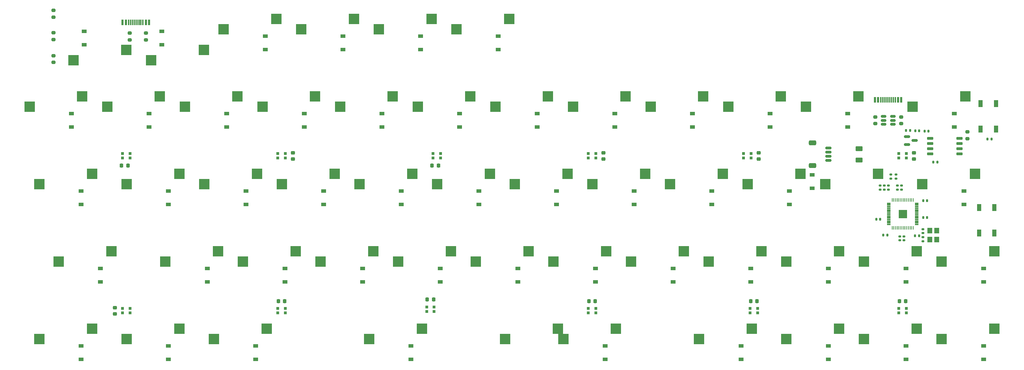
<source format=gbp>
%TF.GenerationSoftware,KiCad,Pcbnew,(6.0.10)*%
%TF.CreationDate,2023-05-23T15:51:50-05:00*%
%TF.ProjectId,Monorail_Jet,4d6f6e6f-7261-4696-9c5f-4a65742e6b69,rev?*%
%TF.SameCoordinates,Original*%
%TF.FileFunction,Paste,Bot*%
%TF.FilePolarity,Positive*%
%FSLAX46Y46*%
G04 Gerber Fmt 4.6, Leading zero omitted, Abs format (unit mm)*
G04 Created by KiCad (PCBNEW (6.0.10)) date 2023-05-23 15:51:50*
%MOMM*%
%LPD*%
G01*
G04 APERTURE LIST*
G04 Aperture macros list*
%AMRoundRect*
0 Rectangle with rounded corners*
0 $1 Rounding radius*
0 $2 $3 $4 $5 $6 $7 $8 $9 X,Y pos of 4 corners*
0 Add a 4 corners polygon primitive as box body*
4,1,4,$2,$3,$4,$5,$6,$7,$8,$9,$2,$3,0*
0 Add four circle primitives for the rounded corners*
1,1,$1+$1,$2,$3*
1,1,$1+$1,$4,$5*
1,1,$1+$1,$6,$7*
1,1,$1+$1,$8,$9*
0 Add four rect primitives between the rounded corners*
20,1,$1+$1,$2,$3,$4,$5,0*
20,1,$1+$1,$4,$5,$6,$7,0*
20,1,$1+$1,$6,$7,$8,$9,0*
20,1,$1+$1,$8,$9,$2,$3,0*%
G04 Aperture macros list end*
%ADD10C,0.010000*%
%ADD11R,2.550000X2.500000*%
%ADD12RoundRect,0.250000X0.625000X-0.375000X0.625000X0.375000X-0.625000X0.375000X-0.625000X-0.375000X0*%
%ADD13R,0.600000X1.450000*%
%ADD14R,0.300000X1.450000*%
%ADD15RoundRect,0.200000X0.275000X-0.200000X0.275000X0.200000X-0.275000X0.200000X-0.275000X-0.200000X0*%
%ADD16RoundRect,0.135000X0.185000X-0.135000X0.185000X0.135000X-0.185000X0.135000X-0.185000X-0.135000X0*%
%ADD17RoundRect,0.150000X0.512500X0.150000X-0.512500X0.150000X-0.512500X-0.150000X0.512500X-0.150000X0*%
%ADD18R,1.200000X0.900000*%
%ADD19RoundRect,0.225000X-0.250000X0.225000X-0.250000X-0.225000X0.250000X-0.225000X0.250000X0.225000X0*%
%ADD20RoundRect,0.135000X-0.135000X-0.185000X0.135000X-0.185000X0.135000X0.185000X-0.135000X0.185000X0*%
%ADD21R,0.700000X0.700000*%
%ADD22RoundRect,0.140000X0.170000X-0.140000X0.170000X0.140000X-0.170000X0.140000X-0.170000X-0.140000X0*%
%ADD23RoundRect,0.225000X0.225000X0.250000X-0.225000X0.250000X-0.225000X-0.250000X0.225000X-0.250000X0*%
%ADD24RoundRect,0.200000X-0.275000X0.200000X-0.275000X-0.200000X0.275000X-0.200000X0.275000X0.200000X0*%
%ADD25RoundRect,0.140000X0.140000X0.170000X-0.140000X0.170000X-0.140000X-0.170000X0.140000X-0.170000X0*%
%ADD26RoundRect,0.140000X-0.140000X-0.170000X0.140000X-0.170000X0.140000X0.170000X-0.140000X0.170000X0*%
%ADD27R,1.000000X1.700000*%
%ADD28RoundRect,0.006000X0.414000X0.094000X-0.414000X0.094000X-0.414000X-0.094000X0.414000X-0.094000X0*%
%ADD29RoundRect,0.020000X0.080000X0.400000X-0.080000X0.400000X-0.080000X-0.400000X0.080000X-0.400000X0*%
%ADD30RoundRect,0.225000X-0.225000X-0.250000X0.225000X-0.250000X0.225000X0.250000X-0.225000X0.250000X0*%
%ADD31RoundRect,0.225000X0.250000X-0.225000X0.250000X0.225000X-0.250000X0.225000X-0.250000X-0.225000X0*%
%ADD32RoundRect,0.140000X-0.170000X0.140000X-0.170000X-0.140000X0.170000X-0.140000X0.170000X0.140000X0*%
%ADD33RoundRect,0.150000X0.650000X0.150000X-0.650000X0.150000X-0.650000X-0.150000X0.650000X-0.150000X0*%
%ADD34RoundRect,0.150000X0.625000X-0.150000X0.625000X0.150000X-0.625000X0.150000X-0.625000X-0.150000X0*%
%ADD35RoundRect,0.250000X0.650000X-0.350000X0.650000X0.350000X-0.650000X0.350000X-0.650000X-0.350000X0*%
%ADD36RoundRect,0.150000X-0.587500X-0.150000X0.587500X-0.150000X0.587500X0.150000X-0.587500X0.150000X0*%
%ADD37R,1.200000X1.400000*%
%ADD38RoundRect,0.135000X0.135000X0.185000X-0.135000X0.185000X-0.135000X-0.185000X0.135000X-0.185000X0*%
G04 APERTURE END LIST*
%TO.C,U3*%
G36*
X247042500Y-97817500D02*
G01*
X245082500Y-97817500D01*
X245082500Y-95857500D01*
X247042500Y-95857500D01*
X247042500Y-97817500D01*
G37*
D10*
X247042500Y-97817500D02*
X245082500Y-97817500D01*
X245082500Y-95857500D01*
X247042500Y-95857500D01*
X247042500Y-97817500D01*
%TD*%
D11*
%TO.C,MX46*%
X115152500Y-127635000D03*
X128079500Y-125095000D03*
%TD*%
%TO.C,MX50*%
X255646250Y-127635000D03*
X268573250Y-125095000D03*
%TD*%
%TO.C,MX51*%
X34190000Y-127635000D03*
X47117000Y-125095000D03*
%TD*%
%TO.C,MX52*%
X55621250Y-127635000D03*
X68548250Y-125095000D03*
%TD*%
%TO.C,MX47*%
X162777500Y-127635000D03*
X175704500Y-125095000D03*
%TD*%
%TO.C,MX7*%
X31808750Y-70485000D03*
X44735750Y-67945000D03*
%TD*%
%TO.C,MX8*%
X50858750Y-70485000D03*
X63785750Y-67945000D03*
%TD*%
%TO.C,MX9*%
X69908750Y-70485000D03*
X82835750Y-67945000D03*
%TD*%
%TO.C,MX10*%
X88958750Y-70485000D03*
X101885750Y-67945000D03*
%TD*%
%TO.C,MX11*%
X108008750Y-70485000D03*
X120935750Y-67945000D03*
%TD*%
%TO.C,MX12*%
X127058750Y-70485000D03*
X139985750Y-67945000D03*
%TD*%
%TO.C,MX13*%
X146108750Y-70485000D03*
X159035750Y-67945000D03*
%TD*%
%TO.C,MX14*%
X165158750Y-70485000D03*
X178085750Y-67945000D03*
%TD*%
%TO.C,MX15*%
X184208750Y-70485000D03*
X197135750Y-67945000D03*
%TD*%
%TO.C,MX16*%
X203258750Y-70485000D03*
X216185750Y-67945000D03*
%TD*%
%TO.C,MX17*%
X222308750Y-70485000D03*
X235235750Y-67945000D03*
%TD*%
%TO.C,MX18*%
X248502500Y-70485000D03*
X261429500Y-67945000D03*
%TD*%
%TO.C,MX19*%
X34190000Y-89535000D03*
X47117000Y-86995000D03*
%TD*%
%TO.C,MX20*%
X55621250Y-89535000D03*
X68548250Y-86995000D03*
%TD*%
%TO.C,MX21*%
X74671250Y-89535000D03*
X87598250Y-86995000D03*
%TD*%
%TO.C,MX22*%
X93721250Y-89535000D03*
X106648250Y-86995000D03*
%TD*%
%TO.C,MX23*%
X112771250Y-89535000D03*
X125698250Y-86995000D03*
%TD*%
%TO.C,MX24*%
X131821250Y-89535000D03*
X144748250Y-86995000D03*
%TD*%
%TO.C,MX25*%
X150871250Y-89535000D03*
X163798250Y-86995000D03*
%TD*%
%TO.C,MX26*%
X169921250Y-89535000D03*
X182848250Y-86995000D03*
%TD*%
%TO.C,MX27*%
X188971250Y-89535000D03*
X201898250Y-86995000D03*
%TD*%
%TO.C,MX28*%
X208021250Y-89535000D03*
X220948250Y-86995000D03*
%TD*%
%TO.C,MX29*%
X227071250Y-89535000D03*
X239998250Y-86995000D03*
%TD*%
%TO.C,MX30*%
X250883750Y-89535000D03*
X263810750Y-86995000D03*
%TD*%
%TO.C,MX31*%
X38952500Y-108585000D03*
X51879500Y-106045000D03*
%TD*%
%TO.C,MX32*%
X65146250Y-108585000D03*
X78073250Y-106045000D03*
%TD*%
%TO.C,MX33*%
X84196250Y-108585000D03*
X97123250Y-106045000D03*
%TD*%
%TO.C,MX34*%
X103246250Y-108585000D03*
X116173250Y-106045000D03*
%TD*%
%TO.C,MX35*%
X122296250Y-108585000D03*
X135223250Y-106045000D03*
%TD*%
%TO.C,MX36*%
X141346250Y-108585000D03*
X154273250Y-106045000D03*
%TD*%
%TO.C,MX37*%
X160396250Y-108585000D03*
X173323250Y-106045000D03*
%TD*%
%TO.C,MX38*%
X179446250Y-108585000D03*
X192373250Y-106045000D03*
%TD*%
%TO.C,MX39*%
X198496250Y-108585000D03*
X211423250Y-106045000D03*
%TD*%
%TO.C,MX40*%
X217546250Y-108585000D03*
X230473250Y-106045000D03*
%TD*%
%TO.C,MX41*%
X236596250Y-108585000D03*
X249523250Y-106045000D03*
%TD*%
%TO.C,MX42*%
X255646250Y-108585000D03*
X268573250Y-106045000D03*
%TD*%
%TO.C,MX2*%
X74553750Y-56515000D03*
X61626750Y-59055000D03*
%TD*%
%TO.C,MX3*%
X79433750Y-51435000D03*
X92360750Y-48895000D03*
%TD*%
%TO.C,MX4*%
X98483750Y-51435000D03*
X111410750Y-48895000D03*
%TD*%
%TO.C,MX5*%
X117533750Y-51435000D03*
X130460750Y-48895000D03*
%TD*%
%TO.C,MX6*%
X136583750Y-51435000D03*
X149510750Y-48895000D03*
%TD*%
%TO.C,MX53*%
X77052500Y-127635000D03*
X89979500Y-125095000D03*
%TD*%
%TO.C,MX58*%
X148490000Y-127635000D03*
X161417000Y-125095000D03*
%TD*%
%TO.C,MX1*%
X55503750Y-56515000D03*
X42576750Y-59055000D03*
%TD*%
%TO.C,MX57*%
X236596250Y-127635000D03*
X249523250Y-125095000D03*
%TD*%
%TO.C,MX55*%
X196115000Y-127635000D03*
X209042000Y-125095000D03*
%TD*%
%TO.C,MX49*%
X217546250Y-127635000D03*
X230473250Y-125095000D03*
%TD*%
D12*
%TO.C,F1*%
X235347928Y-83571835D03*
X235347928Y-80771835D03*
%TD*%
D13*
%TO.C,J1*%
X239240625Y-68735625D03*
X240040625Y-68735625D03*
D14*
X241240625Y-68735625D03*
X242240625Y-68735625D03*
X242740625Y-68735625D03*
X243740625Y-68735625D03*
D13*
X244940625Y-68735625D03*
X245740625Y-68735625D03*
X245740625Y-68735625D03*
X244940625Y-68735625D03*
D14*
X244240625Y-68735625D03*
X243240625Y-68735625D03*
X241740625Y-68735625D03*
X240740625Y-68735625D03*
D13*
X240040625Y-68735625D03*
X239240625Y-68735625D03*
%TD*%
D15*
%TO.C,R4*%
X60325000Y-54006250D03*
X60325000Y-52356250D03*
%TD*%
%TO.C,R3*%
X245665625Y-74643750D03*
X245665625Y-72993750D03*
%TD*%
%TO.C,R1*%
X239315625Y-74643750D03*
X239315625Y-72993750D03*
%TD*%
%TO.C,R2*%
X56356250Y-54006250D03*
X56356250Y-52356250D03*
%TD*%
D16*
%TO.C,R6*%
X243125625Y-88147500D03*
X243125625Y-87127500D03*
%TD*%
D17*
%TO.C,U1*%
X243628125Y-72868750D03*
X243628125Y-73818750D03*
X243628125Y-74768750D03*
X241353125Y-74768750D03*
X241353125Y-73818750D03*
X241353125Y-72868750D03*
%TD*%
D18*
%TO.C,D33*%
X94456250Y-113568750D03*
X94456250Y-110268750D03*
%TD*%
D19*
%TO.C,C9*%
X52784375Y-119875000D03*
X52784375Y-121425000D03*
%TD*%
D18*
%TO.C,D9*%
X80168750Y-75468750D03*
X80168750Y-72168750D03*
%TD*%
%TO.C,D27*%
X199231250Y-94518750D03*
X199231250Y-91218750D03*
%TD*%
%TO.C,D8*%
X61118750Y-75468750D03*
X61118750Y-72168750D03*
%TD*%
%TO.C,D28*%
X218281250Y-94518750D03*
X218281250Y-91218750D03*
%TD*%
%TO.C,D14*%
X175418750Y-75468750D03*
X175418750Y-72168750D03*
%TD*%
D20*
%TO.C,R14*%
X266836250Y-78393751D03*
X267856250Y-78393751D03*
%TD*%
D18*
%TO.C,D18*%
X258762500Y-75468750D03*
X258762500Y-72168750D03*
%TD*%
D21*
%TO.C,D65*%
X92747500Y-120100000D03*
X94577500Y-120100000D03*
X94577500Y-121200000D03*
X92747500Y-121200000D03*
%TD*%
%TO.C,D61*%
X170777500Y-83100000D03*
X168947500Y-83100000D03*
X168947500Y-82000000D03*
X170777500Y-82000000D03*
%TD*%
D22*
%TO.C,C6*%
X251064013Y-103552401D03*
X251064013Y-102592401D03*
%TD*%
%TO.C,C8*%
X245808750Y-90830023D03*
X245808750Y-89870023D03*
%TD*%
D23*
%TO.C,C16*%
X132140625Y-84931250D03*
X130590625Y-84931250D03*
%TD*%
D24*
%TO.C,R13*%
X261976292Y-76648118D03*
X261976292Y-78298118D03*
%TD*%
D25*
%TO.C,C28*%
X252409280Y-76490476D03*
X251449280Y-76490476D03*
%TD*%
D24*
%TO.C,R11*%
X37703125Y-57912500D03*
X37703125Y-59562500D03*
%TD*%
D26*
%TO.C,C26*%
X251122014Y-93542939D03*
X252082014Y-93542939D03*
%TD*%
D18*
%TO.C,D13*%
X156368750Y-75468750D03*
X156368750Y-72168750D03*
%TD*%
D26*
%TO.C,C2*%
X246919787Y-76333887D03*
X247879787Y-76333887D03*
%TD*%
D13*
%TO.C,J2*%
X54630250Y-49685625D03*
X55430250Y-49685625D03*
D14*
X56630250Y-49685625D03*
X57630250Y-49685625D03*
X58130250Y-49685625D03*
X59130250Y-49685625D03*
D13*
X60330250Y-49685625D03*
X61130250Y-49685625D03*
X61130250Y-49685625D03*
X60330250Y-49685625D03*
D14*
X59630250Y-49685625D03*
X58630250Y-49685625D03*
X57130250Y-49685625D03*
X56130250Y-49685625D03*
D13*
X55430250Y-49685625D03*
X54630250Y-49685625D03*
%TD*%
D18*
%TO.C,D16*%
X213518750Y-75468750D03*
X213518750Y-72168750D03*
%TD*%
%TO.C,D3*%
X89693750Y-56418750D03*
X89693750Y-53118750D03*
%TD*%
%TO.C,D51*%
X246856250Y-132618750D03*
X246856250Y-129318750D03*
%TD*%
D22*
%TO.C,C5*%
X242567100Y-90830023D03*
X242567100Y-89870023D03*
%TD*%
D27*
%TO.C,SWR1*%
X268600000Y-95275000D03*
X268600000Y-101575000D03*
X264800000Y-101575000D03*
X264800000Y-95275000D03*
%TD*%
D18*
%TO.C,D34*%
X113506250Y-113568750D03*
X113506250Y-110268750D03*
%TD*%
%TO.C,D44*%
X65881250Y-132618750D03*
X65881250Y-129318750D03*
%TD*%
D20*
%TO.C,R5*%
X241331994Y-102074696D03*
X242351994Y-102074696D03*
%TD*%
D21*
%TO.C,D63*%
X94577500Y-83100000D03*
X92747500Y-83100000D03*
X92747500Y-82000000D03*
X94577500Y-82000000D03*
%TD*%
%TO.C,D66*%
X54647500Y-120100000D03*
X56477500Y-120100000D03*
X56477500Y-121200000D03*
X54647500Y-121200000D03*
%TD*%
D23*
%TO.C,C10*%
X55940625Y-84931250D03*
X54390625Y-84931250D03*
%TD*%
D18*
%TO.C,D7*%
X42068750Y-75468750D03*
X42068750Y-72168750D03*
%TD*%
D28*
%TO.C,U3*%
X249497500Y-94237500D03*
X249497500Y-94637500D03*
X249497500Y-95037500D03*
X249497500Y-95437500D03*
X249497500Y-95837500D03*
X249497500Y-96237500D03*
X249497500Y-96637500D03*
X249497500Y-97037500D03*
X249497500Y-97437500D03*
X249497500Y-97837500D03*
X249497500Y-98237500D03*
X249497500Y-98637500D03*
X249497500Y-99037500D03*
X249497500Y-99437500D03*
D29*
X248662500Y-100272500D03*
X248262500Y-100272500D03*
X247862500Y-100272500D03*
X247462500Y-100272500D03*
X247062500Y-100272500D03*
X246662500Y-100272500D03*
X246262500Y-100272500D03*
X245862500Y-100272500D03*
X245462500Y-100272500D03*
X245062500Y-100272500D03*
X244662500Y-100272500D03*
X244262500Y-100272500D03*
X243862500Y-100272500D03*
X243462500Y-100272500D03*
D28*
X242627500Y-99437500D03*
X242627500Y-99037500D03*
X242627500Y-98637500D03*
X242627500Y-98237500D03*
X242627500Y-97837500D03*
X242627500Y-97437500D03*
X242627500Y-97037500D03*
X242627500Y-96637500D03*
X242627500Y-96237500D03*
X242627500Y-95837500D03*
X242627500Y-95437500D03*
X242627500Y-95037500D03*
X242627500Y-94637500D03*
X242627500Y-94237500D03*
D29*
X243462500Y-93402500D03*
X243862500Y-93402500D03*
X244262500Y-93402500D03*
X244662500Y-93402500D03*
X245062500Y-93402500D03*
X245462500Y-93402500D03*
X245862500Y-93402500D03*
X246262500Y-93402500D03*
X246662500Y-93402500D03*
X247062500Y-93402500D03*
X247462500Y-93402500D03*
X247862500Y-93402500D03*
X248262500Y-93402500D03*
X248662500Y-93402500D03*
%TD*%
D26*
%TO.C,C1*%
X249163134Y-76410261D03*
X250123134Y-76410261D03*
%TD*%
D18*
%TO.C,D22*%
X103981250Y-94518750D03*
X103981250Y-91218750D03*
%TD*%
D30*
%TO.C,C12*%
X92887500Y-118268750D03*
X94437500Y-118268750D03*
%TD*%
D18*
%TO.C,D6*%
X146843750Y-56418750D03*
X146843750Y-53118750D03*
%TD*%
D22*
%TO.C,C22*%
X241567100Y-90830023D03*
X241567100Y-89870023D03*
%TD*%
D18*
%TO.C,D11*%
X118268750Y-75468750D03*
X118268750Y-72168750D03*
%TD*%
%TO.C,D48*%
X173037500Y-132618750D03*
X173037500Y-129318750D03*
%TD*%
D31*
%TO.C,C18*%
X96440625Y-83325000D03*
X96440625Y-81775000D03*
%TD*%
D18*
%TO.C,D41*%
X246856250Y-113568750D03*
X246856250Y-110268750D03*
%TD*%
%TO.C,D45*%
X87312500Y-132618750D03*
X87312500Y-129318750D03*
%TD*%
%TO.C,D52*%
X265906250Y-132618750D03*
X265906250Y-129318750D03*
%TD*%
%TO.C,D12*%
X137318750Y-75468750D03*
X137318750Y-72168750D03*
%TD*%
%TO.C,D17*%
X232568750Y-75468750D03*
X232568750Y-72168750D03*
%TD*%
D25*
%TO.C,C24*%
X240568286Y-98137203D03*
X239608286Y-98137203D03*
%TD*%
D21*
%TO.C,D59*%
X246977500Y-83100000D03*
X245147500Y-83100000D03*
X245147500Y-82000000D03*
X246977500Y-82000000D03*
%TD*%
D31*
%TO.C,C14*%
X210740625Y-83325000D03*
X210740625Y-81775000D03*
%TD*%
D18*
%TO.C,D24*%
X142081250Y-94518750D03*
X142081250Y-91218750D03*
%TD*%
D30*
%TO.C,C15*%
X245287500Y-118268750D03*
X246837500Y-118268750D03*
%TD*%
D18*
%TO.C,D47*%
X125412500Y-132618750D03*
X125412500Y-129318750D03*
%TD*%
D21*
%TO.C,D58*%
X245147500Y-120100000D03*
X246977500Y-120100000D03*
X246977500Y-121200000D03*
X245147500Y-121200000D03*
%TD*%
D18*
%TO.C,D36*%
X151606250Y-113568750D03*
X151606250Y-110268750D03*
%TD*%
%TO.C,D30*%
X261143750Y-94518750D03*
X261143750Y-91218750D03*
%TD*%
D30*
%TO.C,C20*%
X208775000Y-118268750D03*
X210325000Y-118268750D03*
%TD*%
D18*
%TO.C,D38*%
X189706250Y-113568750D03*
X189706250Y-110268750D03*
%TD*%
D32*
%TO.C,C21*%
X246400000Y-102357500D03*
X246400000Y-103317500D03*
%TD*%
D30*
%TO.C,C17*%
X169087500Y-118268750D03*
X170637500Y-118268750D03*
%TD*%
D22*
%TO.C,C3*%
X244808750Y-90830023D03*
X244808750Y-89870023D03*
%TD*%
D21*
%TO.C,D64*%
X129260000Y-119703125D03*
X131090000Y-119703125D03*
X131090000Y-120803125D03*
X129260000Y-120803125D03*
%TD*%
D18*
%TO.C,D31*%
X49212500Y-113568750D03*
X49212500Y-110268750D03*
%TD*%
%TO.C,D39*%
X208756250Y-113568750D03*
X208756250Y-110268750D03*
%TD*%
D24*
%TO.C,R9*%
X37703125Y-46800000D03*
X37703125Y-48450000D03*
%TD*%
D18*
%TO.C,D10*%
X99218750Y-75468750D03*
X99218750Y-72168750D03*
%TD*%
D27*
%TO.C,SWR2*%
X265162500Y-69687500D03*
X265162500Y-75987500D03*
X268962500Y-75987500D03*
X268962500Y-69687500D03*
%TD*%
D33*
%TO.C,U4*%
X259981250Y-78263750D03*
X259981250Y-79533750D03*
X259981250Y-80803750D03*
X259981250Y-82073750D03*
X252781250Y-82073750D03*
X252781250Y-80803750D03*
X252781250Y-79533750D03*
X252781250Y-78263750D03*
%TD*%
D21*
%TO.C,D62*%
X132677500Y-83100000D03*
X130847500Y-83100000D03*
X130847500Y-82000000D03*
X132677500Y-82000000D03*
%TD*%
D18*
%TO.C,D20*%
X65881250Y-94518750D03*
X65881250Y-91218750D03*
%TD*%
%TO.C,D1*%
X45243750Y-51928125D03*
X45243750Y-55228125D03*
%TD*%
%TO.C,D49*%
X206375000Y-132618750D03*
X206375000Y-129318750D03*
%TD*%
%TO.C,D26*%
X180181250Y-94518750D03*
X180181250Y-91218750D03*
%TD*%
D16*
%TO.C,R7*%
X244462500Y-88147500D03*
X244462500Y-87127500D03*
%TD*%
D24*
%TO.C,R10*%
X37703125Y-52292000D03*
X37703125Y-53942000D03*
%TD*%
D18*
%TO.C,D4*%
X108743750Y-56418750D03*
X108743750Y-53118750D03*
%TD*%
%TO.C,D15*%
X194468750Y-75468750D03*
X194468750Y-72168750D03*
%TD*%
%TO.C,D2*%
X64293750Y-51928125D03*
X64293750Y-55228125D03*
%TD*%
D22*
%TO.C,C23*%
X240506250Y-90830023D03*
X240506250Y-89870023D03*
%TD*%
D18*
%TO.C,D23*%
X123031250Y-94518750D03*
X123031250Y-91218750D03*
%TD*%
%TO.C,D40*%
X227806250Y-113568750D03*
X227806250Y-110268750D03*
%TD*%
D21*
%TO.C,D67*%
X56477500Y-83100000D03*
X54647500Y-83100000D03*
X54647500Y-82000000D03*
X56477500Y-82000000D03*
%TD*%
%TO.C,D60*%
X208877500Y-83100000D03*
X207047500Y-83100000D03*
X207047500Y-82000000D03*
X208877500Y-82000000D03*
%TD*%
D34*
%TO.C,J5*%
X227821875Y-83653125D03*
X227821875Y-82653125D03*
X227821875Y-81653125D03*
X227821875Y-80653125D03*
D35*
X223946875Y-79353125D03*
X223946875Y-84953125D03*
%TD*%
D30*
%TO.C,C13*%
X129400000Y-117871875D03*
X130950000Y-117871875D03*
%TD*%
D18*
%TO.C,D21*%
X84931250Y-94518750D03*
X84931250Y-91218750D03*
%TD*%
%TO.C,D50*%
X227806250Y-132618750D03*
X227806250Y-129318750D03*
%TD*%
%TO.C,D43*%
X44450000Y-132618750D03*
X44450000Y-129318750D03*
%TD*%
D32*
%TO.C,C7*%
X245400000Y-102357500D03*
X245400000Y-103317500D03*
%TD*%
D18*
%TO.C,D25*%
X161131250Y-94518750D03*
X161131250Y-91218750D03*
%TD*%
%TO.C,D19*%
X44450000Y-94518750D03*
X44450000Y-91218750D03*
%TD*%
%TO.C,D29*%
X223837500Y-90550000D03*
X223837500Y-87250000D03*
%TD*%
D36*
%TO.C,U2*%
X247139171Y-79751119D03*
X247139171Y-77851119D03*
X249014171Y-78801119D03*
%TD*%
D18*
%TO.C,D32*%
X75406250Y-113568750D03*
X75406250Y-110268750D03*
%TD*%
%TO.C,D35*%
X132556250Y-113568750D03*
X132556250Y-110268750D03*
%TD*%
%TO.C,D5*%
X127793750Y-56418750D03*
X127793750Y-53118750D03*
%TD*%
D31*
%TO.C,C19*%
X172640625Y-83325000D03*
X172640625Y-81775000D03*
%TD*%
D37*
%TO.C,Y1*%
X252714013Y-103172401D03*
X252714013Y-100972401D03*
X254414013Y-100972401D03*
X254414013Y-103172401D03*
%TD*%
D18*
%TO.C,D37*%
X170656250Y-113568750D03*
X170656250Y-110268750D03*
%TD*%
D25*
%TO.C,C4*%
X254573695Y-84078765D03*
X253613695Y-84078765D03*
%TD*%
D18*
%TO.C,D42*%
X265906250Y-113568750D03*
X265906250Y-110268750D03*
%TD*%
D21*
%TO.C,D56*%
X168947500Y-120100000D03*
X170777500Y-120100000D03*
X170777500Y-121200000D03*
X168947500Y-121200000D03*
%TD*%
%TO.C,D57*%
X208635000Y-120100000D03*
X210465000Y-120100000D03*
X210465000Y-121200000D03*
X208635000Y-121200000D03*
%TD*%
D26*
%TO.C,C25*%
X251082500Y-97737500D03*
X252042500Y-97737500D03*
%TD*%
D31*
%TO.C,C11*%
X248840625Y-83325000D03*
X248840625Y-81775000D03*
%TD*%
D22*
%TO.C,C27*%
X251064013Y-101572401D03*
X251064013Y-100612401D03*
%TD*%
D38*
%TO.C,R12*%
X250074013Y-102237500D03*
X249054013Y-102237500D03*
%TD*%
M02*

</source>
